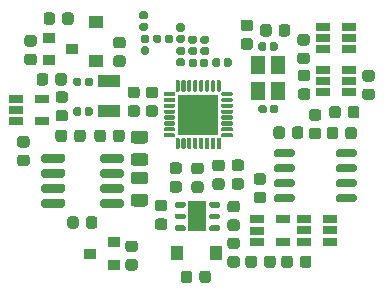
<source format=gbr>
%TF.GenerationSoftware,KiCad,Pcbnew,(5.1.6)-1*%
%TF.CreationDate,2020-10-15T17:09:17+03:00*%
%TF.ProjectId,PlantBuddy,506c616e-7442-4756-9464-792e6b696361,rev?*%
%TF.SameCoordinates,Original*%
%TF.FileFunction,Soldermask,Top*%
%TF.FilePolarity,Negative*%
%FSLAX46Y46*%
G04 Gerber Fmt 4.6, Leading zero omitted, Abs format (unit mm)*
G04 Created by KiCad (PCBNEW (5.1.6)-1) date 2020-10-15 17:09:17*
%MOMM*%
%LPD*%
G01*
G04 APERTURE LIST*
%ADD10R,3.400000X3.400000*%
%ADD11R,1.160000X0.750000*%
%ADD12R,1.900000X1.100000*%
%ADD13R,1.300000X1.500000*%
%ADD14R,1.600000X2.500000*%
%ADD15R,1.000000X0.900000*%
%ADD16R,1.000000X1.300000*%
%ADD17R,1.300000X1.000000*%
G04 APERTURE END LIST*
D10*
%TO.C,U5*%
X65785000Y-64565000D03*
G36*
G01*
X63747500Y-66490000D02*
X62947500Y-66490000D01*
G75*
G02*
X62860000Y-66402500I0J87500D01*
G01*
X62860000Y-66227500D01*
G75*
G02*
X62947500Y-66140000I87500J0D01*
G01*
X63747500Y-66140000D01*
G75*
G02*
X63835000Y-66227500I0J-87500D01*
G01*
X63835000Y-66402500D01*
G75*
G02*
X63747500Y-66490000I-87500J0D01*
G01*
G37*
G36*
G01*
X63747500Y-65990000D02*
X62947500Y-65990000D01*
G75*
G02*
X62860000Y-65902500I0J87500D01*
G01*
X62860000Y-65727500D01*
G75*
G02*
X62947500Y-65640000I87500J0D01*
G01*
X63747500Y-65640000D01*
G75*
G02*
X63835000Y-65727500I0J-87500D01*
G01*
X63835000Y-65902500D01*
G75*
G02*
X63747500Y-65990000I-87500J0D01*
G01*
G37*
G36*
G01*
X63747500Y-65490000D02*
X62947500Y-65490000D01*
G75*
G02*
X62860000Y-65402500I0J87500D01*
G01*
X62860000Y-65227500D01*
G75*
G02*
X62947500Y-65140000I87500J0D01*
G01*
X63747500Y-65140000D01*
G75*
G02*
X63835000Y-65227500I0J-87500D01*
G01*
X63835000Y-65402500D01*
G75*
G02*
X63747500Y-65490000I-87500J0D01*
G01*
G37*
G36*
G01*
X63747500Y-64990000D02*
X62947500Y-64990000D01*
G75*
G02*
X62860000Y-64902500I0J87500D01*
G01*
X62860000Y-64727500D01*
G75*
G02*
X62947500Y-64640000I87500J0D01*
G01*
X63747500Y-64640000D01*
G75*
G02*
X63835000Y-64727500I0J-87500D01*
G01*
X63835000Y-64902500D01*
G75*
G02*
X63747500Y-64990000I-87500J0D01*
G01*
G37*
G36*
G01*
X63747500Y-64490000D02*
X62947500Y-64490000D01*
G75*
G02*
X62860000Y-64402500I0J87500D01*
G01*
X62860000Y-64227500D01*
G75*
G02*
X62947500Y-64140000I87500J0D01*
G01*
X63747500Y-64140000D01*
G75*
G02*
X63835000Y-64227500I0J-87500D01*
G01*
X63835000Y-64402500D01*
G75*
G02*
X63747500Y-64490000I-87500J0D01*
G01*
G37*
G36*
G01*
X63747500Y-63990000D02*
X62947500Y-63990000D01*
G75*
G02*
X62860000Y-63902500I0J87500D01*
G01*
X62860000Y-63727500D01*
G75*
G02*
X62947500Y-63640000I87500J0D01*
G01*
X63747500Y-63640000D01*
G75*
G02*
X63835000Y-63727500I0J-87500D01*
G01*
X63835000Y-63902500D01*
G75*
G02*
X63747500Y-63990000I-87500J0D01*
G01*
G37*
G36*
G01*
X63747500Y-63490000D02*
X62947500Y-63490000D01*
G75*
G02*
X62860000Y-63402500I0J87500D01*
G01*
X62860000Y-63227500D01*
G75*
G02*
X62947500Y-63140000I87500J0D01*
G01*
X63747500Y-63140000D01*
G75*
G02*
X63835000Y-63227500I0J-87500D01*
G01*
X63835000Y-63402500D01*
G75*
G02*
X63747500Y-63490000I-87500J0D01*
G01*
G37*
G36*
G01*
X63747500Y-62990000D02*
X62947500Y-62990000D01*
G75*
G02*
X62860000Y-62902500I0J87500D01*
G01*
X62860000Y-62727500D01*
G75*
G02*
X62947500Y-62640000I87500J0D01*
G01*
X63747500Y-62640000D01*
G75*
G02*
X63835000Y-62727500I0J-87500D01*
G01*
X63835000Y-62902500D01*
G75*
G02*
X63747500Y-62990000I-87500J0D01*
G01*
G37*
G36*
G01*
X64122500Y-62615000D02*
X63947500Y-62615000D01*
G75*
G02*
X63860000Y-62527500I0J87500D01*
G01*
X63860000Y-61727500D01*
G75*
G02*
X63947500Y-61640000I87500J0D01*
G01*
X64122500Y-61640000D01*
G75*
G02*
X64210000Y-61727500I0J-87500D01*
G01*
X64210000Y-62527500D01*
G75*
G02*
X64122500Y-62615000I-87500J0D01*
G01*
G37*
G36*
G01*
X64622500Y-62615000D02*
X64447500Y-62615000D01*
G75*
G02*
X64360000Y-62527500I0J87500D01*
G01*
X64360000Y-61727500D01*
G75*
G02*
X64447500Y-61640000I87500J0D01*
G01*
X64622500Y-61640000D01*
G75*
G02*
X64710000Y-61727500I0J-87500D01*
G01*
X64710000Y-62527500D01*
G75*
G02*
X64622500Y-62615000I-87500J0D01*
G01*
G37*
G36*
G01*
X65122500Y-62615000D02*
X64947500Y-62615000D01*
G75*
G02*
X64860000Y-62527500I0J87500D01*
G01*
X64860000Y-61727500D01*
G75*
G02*
X64947500Y-61640000I87500J0D01*
G01*
X65122500Y-61640000D01*
G75*
G02*
X65210000Y-61727500I0J-87500D01*
G01*
X65210000Y-62527500D01*
G75*
G02*
X65122500Y-62615000I-87500J0D01*
G01*
G37*
G36*
G01*
X65622500Y-62615000D02*
X65447500Y-62615000D01*
G75*
G02*
X65360000Y-62527500I0J87500D01*
G01*
X65360000Y-61727500D01*
G75*
G02*
X65447500Y-61640000I87500J0D01*
G01*
X65622500Y-61640000D01*
G75*
G02*
X65710000Y-61727500I0J-87500D01*
G01*
X65710000Y-62527500D01*
G75*
G02*
X65622500Y-62615000I-87500J0D01*
G01*
G37*
G36*
G01*
X66122500Y-62615000D02*
X65947500Y-62615000D01*
G75*
G02*
X65860000Y-62527500I0J87500D01*
G01*
X65860000Y-61727500D01*
G75*
G02*
X65947500Y-61640000I87500J0D01*
G01*
X66122500Y-61640000D01*
G75*
G02*
X66210000Y-61727500I0J-87500D01*
G01*
X66210000Y-62527500D01*
G75*
G02*
X66122500Y-62615000I-87500J0D01*
G01*
G37*
G36*
G01*
X66622500Y-62615000D02*
X66447500Y-62615000D01*
G75*
G02*
X66360000Y-62527500I0J87500D01*
G01*
X66360000Y-61727500D01*
G75*
G02*
X66447500Y-61640000I87500J0D01*
G01*
X66622500Y-61640000D01*
G75*
G02*
X66710000Y-61727500I0J-87500D01*
G01*
X66710000Y-62527500D01*
G75*
G02*
X66622500Y-62615000I-87500J0D01*
G01*
G37*
G36*
G01*
X67122500Y-62615000D02*
X66947500Y-62615000D01*
G75*
G02*
X66860000Y-62527500I0J87500D01*
G01*
X66860000Y-61727500D01*
G75*
G02*
X66947500Y-61640000I87500J0D01*
G01*
X67122500Y-61640000D01*
G75*
G02*
X67210000Y-61727500I0J-87500D01*
G01*
X67210000Y-62527500D01*
G75*
G02*
X67122500Y-62615000I-87500J0D01*
G01*
G37*
G36*
G01*
X67622500Y-62615000D02*
X67447500Y-62615000D01*
G75*
G02*
X67360000Y-62527500I0J87500D01*
G01*
X67360000Y-61727500D01*
G75*
G02*
X67447500Y-61640000I87500J0D01*
G01*
X67622500Y-61640000D01*
G75*
G02*
X67710000Y-61727500I0J-87500D01*
G01*
X67710000Y-62527500D01*
G75*
G02*
X67622500Y-62615000I-87500J0D01*
G01*
G37*
G36*
G01*
X68622500Y-62990000D02*
X67822500Y-62990000D01*
G75*
G02*
X67735000Y-62902500I0J87500D01*
G01*
X67735000Y-62727500D01*
G75*
G02*
X67822500Y-62640000I87500J0D01*
G01*
X68622500Y-62640000D01*
G75*
G02*
X68710000Y-62727500I0J-87500D01*
G01*
X68710000Y-62902500D01*
G75*
G02*
X68622500Y-62990000I-87500J0D01*
G01*
G37*
G36*
G01*
X68622500Y-63490000D02*
X67822500Y-63490000D01*
G75*
G02*
X67735000Y-63402500I0J87500D01*
G01*
X67735000Y-63227500D01*
G75*
G02*
X67822500Y-63140000I87500J0D01*
G01*
X68622500Y-63140000D01*
G75*
G02*
X68710000Y-63227500I0J-87500D01*
G01*
X68710000Y-63402500D01*
G75*
G02*
X68622500Y-63490000I-87500J0D01*
G01*
G37*
G36*
G01*
X68622500Y-63990000D02*
X67822500Y-63990000D01*
G75*
G02*
X67735000Y-63902500I0J87500D01*
G01*
X67735000Y-63727500D01*
G75*
G02*
X67822500Y-63640000I87500J0D01*
G01*
X68622500Y-63640000D01*
G75*
G02*
X68710000Y-63727500I0J-87500D01*
G01*
X68710000Y-63902500D01*
G75*
G02*
X68622500Y-63990000I-87500J0D01*
G01*
G37*
G36*
G01*
X68622500Y-64490000D02*
X67822500Y-64490000D01*
G75*
G02*
X67735000Y-64402500I0J87500D01*
G01*
X67735000Y-64227500D01*
G75*
G02*
X67822500Y-64140000I87500J0D01*
G01*
X68622500Y-64140000D01*
G75*
G02*
X68710000Y-64227500I0J-87500D01*
G01*
X68710000Y-64402500D01*
G75*
G02*
X68622500Y-64490000I-87500J0D01*
G01*
G37*
G36*
G01*
X68622500Y-64990000D02*
X67822500Y-64990000D01*
G75*
G02*
X67735000Y-64902500I0J87500D01*
G01*
X67735000Y-64727500D01*
G75*
G02*
X67822500Y-64640000I87500J0D01*
G01*
X68622500Y-64640000D01*
G75*
G02*
X68710000Y-64727500I0J-87500D01*
G01*
X68710000Y-64902500D01*
G75*
G02*
X68622500Y-64990000I-87500J0D01*
G01*
G37*
G36*
G01*
X68622500Y-65490000D02*
X67822500Y-65490000D01*
G75*
G02*
X67735000Y-65402500I0J87500D01*
G01*
X67735000Y-65227500D01*
G75*
G02*
X67822500Y-65140000I87500J0D01*
G01*
X68622500Y-65140000D01*
G75*
G02*
X68710000Y-65227500I0J-87500D01*
G01*
X68710000Y-65402500D01*
G75*
G02*
X68622500Y-65490000I-87500J0D01*
G01*
G37*
G36*
G01*
X68622500Y-65990000D02*
X67822500Y-65990000D01*
G75*
G02*
X67735000Y-65902500I0J87500D01*
G01*
X67735000Y-65727500D01*
G75*
G02*
X67822500Y-65640000I87500J0D01*
G01*
X68622500Y-65640000D01*
G75*
G02*
X68710000Y-65727500I0J-87500D01*
G01*
X68710000Y-65902500D01*
G75*
G02*
X68622500Y-65990000I-87500J0D01*
G01*
G37*
G36*
G01*
X68622500Y-66490000D02*
X67822500Y-66490000D01*
G75*
G02*
X67735000Y-66402500I0J87500D01*
G01*
X67735000Y-66227500D01*
G75*
G02*
X67822500Y-66140000I87500J0D01*
G01*
X68622500Y-66140000D01*
G75*
G02*
X68710000Y-66227500I0J-87500D01*
G01*
X68710000Y-66402500D01*
G75*
G02*
X68622500Y-66490000I-87500J0D01*
G01*
G37*
G36*
G01*
X67622500Y-67490000D02*
X67447500Y-67490000D01*
G75*
G02*
X67360000Y-67402500I0J87500D01*
G01*
X67360000Y-66602500D01*
G75*
G02*
X67447500Y-66515000I87500J0D01*
G01*
X67622500Y-66515000D01*
G75*
G02*
X67710000Y-66602500I0J-87500D01*
G01*
X67710000Y-67402500D01*
G75*
G02*
X67622500Y-67490000I-87500J0D01*
G01*
G37*
G36*
G01*
X67122500Y-67490000D02*
X66947500Y-67490000D01*
G75*
G02*
X66860000Y-67402500I0J87500D01*
G01*
X66860000Y-66602500D01*
G75*
G02*
X66947500Y-66515000I87500J0D01*
G01*
X67122500Y-66515000D01*
G75*
G02*
X67210000Y-66602500I0J-87500D01*
G01*
X67210000Y-67402500D01*
G75*
G02*
X67122500Y-67490000I-87500J0D01*
G01*
G37*
G36*
G01*
X66622500Y-67490000D02*
X66447500Y-67490000D01*
G75*
G02*
X66360000Y-67402500I0J87500D01*
G01*
X66360000Y-66602500D01*
G75*
G02*
X66447500Y-66515000I87500J0D01*
G01*
X66622500Y-66515000D01*
G75*
G02*
X66710000Y-66602500I0J-87500D01*
G01*
X66710000Y-67402500D01*
G75*
G02*
X66622500Y-67490000I-87500J0D01*
G01*
G37*
G36*
G01*
X66122500Y-67490000D02*
X65947500Y-67490000D01*
G75*
G02*
X65860000Y-67402500I0J87500D01*
G01*
X65860000Y-66602500D01*
G75*
G02*
X65947500Y-66515000I87500J0D01*
G01*
X66122500Y-66515000D01*
G75*
G02*
X66210000Y-66602500I0J-87500D01*
G01*
X66210000Y-67402500D01*
G75*
G02*
X66122500Y-67490000I-87500J0D01*
G01*
G37*
G36*
G01*
X65622500Y-67490000D02*
X65447500Y-67490000D01*
G75*
G02*
X65360000Y-67402500I0J87500D01*
G01*
X65360000Y-66602500D01*
G75*
G02*
X65447500Y-66515000I87500J0D01*
G01*
X65622500Y-66515000D01*
G75*
G02*
X65710000Y-66602500I0J-87500D01*
G01*
X65710000Y-67402500D01*
G75*
G02*
X65622500Y-67490000I-87500J0D01*
G01*
G37*
G36*
G01*
X65122500Y-67490000D02*
X64947500Y-67490000D01*
G75*
G02*
X64860000Y-67402500I0J87500D01*
G01*
X64860000Y-66602500D01*
G75*
G02*
X64947500Y-66515000I87500J0D01*
G01*
X65122500Y-66515000D01*
G75*
G02*
X65210000Y-66602500I0J-87500D01*
G01*
X65210000Y-67402500D01*
G75*
G02*
X65122500Y-67490000I-87500J0D01*
G01*
G37*
G36*
G01*
X64622500Y-67490000D02*
X64447500Y-67490000D01*
G75*
G02*
X64360000Y-67402500I0J87500D01*
G01*
X64360000Y-66602500D01*
G75*
G02*
X64447500Y-66515000I87500J0D01*
G01*
X64622500Y-66515000D01*
G75*
G02*
X64710000Y-66602500I0J-87500D01*
G01*
X64710000Y-67402500D01*
G75*
G02*
X64622500Y-67490000I-87500J0D01*
G01*
G37*
G36*
G01*
X64122500Y-67490000D02*
X63947500Y-67490000D01*
G75*
G02*
X63860000Y-67402500I0J87500D01*
G01*
X63860000Y-66602500D01*
G75*
G02*
X63947500Y-66515000I87500J0D01*
G01*
X64122500Y-66515000D01*
G75*
G02*
X64210000Y-66602500I0J-87500D01*
G01*
X64210000Y-67402500D01*
G75*
G02*
X64122500Y-67490000I-87500J0D01*
G01*
G37*
%TD*%
D11*
%TO.C,Q2*%
X76970000Y-74370000D03*
X76970000Y-73420000D03*
X76970000Y-75320000D03*
X74770000Y-75320000D03*
X74770000Y-74370000D03*
X74770000Y-73420000D03*
%TD*%
%TO.C,C18*%
G36*
G01*
X65660000Y-60002500D02*
X65660000Y-60397500D01*
G75*
G02*
X65487500Y-60570000I-172500J0D01*
G01*
X65142500Y-60570000D01*
G75*
G02*
X64970000Y-60397500I0J172500D01*
G01*
X64970000Y-60002500D01*
G75*
G02*
X65142500Y-59830000I172500J0D01*
G01*
X65487500Y-59830000D01*
G75*
G02*
X65660000Y-60002500I0J-172500D01*
G01*
G37*
G36*
G01*
X66630000Y-60002500D02*
X66630000Y-60397500D01*
G75*
G02*
X66457500Y-60570000I-172500J0D01*
G01*
X66112500Y-60570000D01*
G75*
G02*
X65940000Y-60397500I0J172500D01*
G01*
X65940000Y-60002500D01*
G75*
G02*
X66112500Y-59830000I172500J0D01*
G01*
X66457500Y-59830000D01*
G75*
G02*
X66630000Y-60002500I0J-172500D01*
G01*
G37*
%TD*%
%TO.C,C26*%
G36*
G01*
X60962500Y-56790000D02*
X61357500Y-56790000D01*
G75*
G02*
X61530000Y-56962500I0J-172500D01*
G01*
X61530000Y-57307500D01*
G75*
G02*
X61357500Y-57480000I-172500J0D01*
G01*
X60962500Y-57480000D01*
G75*
G02*
X60790000Y-57307500I0J172500D01*
G01*
X60790000Y-56962500D01*
G75*
G02*
X60962500Y-56790000I172500J0D01*
G01*
G37*
G36*
G01*
X60962500Y-55820000D02*
X61357500Y-55820000D01*
G75*
G02*
X61530000Y-55992500I0J-172500D01*
G01*
X61530000Y-56337500D01*
G75*
G02*
X61357500Y-56510000I-172500J0D01*
G01*
X60962500Y-56510000D01*
G75*
G02*
X60790000Y-56337500I0J172500D01*
G01*
X60790000Y-55992500D01*
G75*
G02*
X60962500Y-55820000I172500J0D01*
G01*
G37*
%TD*%
D12*
%TO.C,Y2*%
X58240000Y-64250000D03*
X58240000Y-61750000D03*
%TD*%
D13*
%TO.C,Y1*%
X70850000Y-62600000D03*
X70850000Y-60400000D03*
X72550000Y-60400000D03*
X72550000Y-62600000D03*
%TD*%
D11*
%TO.C,U8*%
X78570000Y-61740000D03*
X78570000Y-60790000D03*
X78570000Y-62690000D03*
X76370000Y-62690000D03*
X76370000Y-61740000D03*
X76370000Y-60790000D03*
%TD*%
%TO.C,U7*%
G36*
G01*
X77440000Y-68010000D02*
X77440000Y-67660000D01*
G75*
G02*
X77615000Y-67485000I175000J0D01*
G01*
X79015000Y-67485000D01*
G75*
G02*
X79190000Y-67660000I0J-175000D01*
G01*
X79190000Y-68010000D01*
G75*
G02*
X79015000Y-68185000I-175000J0D01*
G01*
X77615000Y-68185000D01*
G75*
G02*
X77440000Y-68010000I0J175000D01*
G01*
G37*
G36*
G01*
X77440000Y-69280000D02*
X77440000Y-68930000D01*
G75*
G02*
X77615000Y-68755000I175000J0D01*
G01*
X79015000Y-68755000D01*
G75*
G02*
X79190000Y-68930000I0J-175000D01*
G01*
X79190000Y-69280000D01*
G75*
G02*
X79015000Y-69455000I-175000J0D01*
G01*
X77615000Y-69455000D01*
G75*
G02*
X77440000Y-69280000I0J175000D01*
G01*
G37*
G36*
G01*
X77440000Y-70550000D02*
X77440000Y-70200000D01*
G75*
G02*
X77615000Y-70025000I175000J0D01*
G01*
X79015000Y-70025000D01*
G75*
G02*
X79190000Y-70200000I0J-175000D01*
G01*
X79190000Y-70550000D01*
G75*
G02*
X79015000Y-70725000I-175000J0D01*
G01*
X77615000Y-70725000D01*
G75*
G02*
X77440000Y-70550000I0J175000D01*
G01*
G37*
G36*
G01*
X77440000Y-71820000D02*
X77440000Y-71470000D01*
G75*
G02*
X77615000Y-71295000I175000J0D01*
G01*
X79015000Y-71295000D01*
G75*
G02*
X79190000Y-71470000I0J-175000D01*
G01*
X79190000Y-71820000D01*
G75*
G02*
X79015000Y-71995000I-175000J0D01*
G01*
X77615000Y-71995000D01*
G75*
G02*
X77440000Y-71820000I0J175000D01*
G01*
G37*
G36*
G01*
X72190000Y-71820000D02*
X72190000Y-71470000D01*
G75*
G02*
X72365000Y-71295000I175000J0D01*
G01*
X73765000Y-71295000D01*
G75*
G02*
X73940000Y-71470000I0J-175000D01*
G01*
X73940000Y-71820000D01*
G75*
G02*
X73765000Y-71995000I-175000J0D01*
G01*
X72365000Y-71995000D01*
G75*
G02*
X72190000Y-71820000I0J175000D01*
G01*
G37*
G36*
G01*
X72190000Y-70550000D02*
X72190000Y-70200000D01*
G75*
G02*
X72365000Y-70025000I175000J0D01*
G01*
X73765000Y-70025000D01*
G75*
G02*
X73940000Y-70200000I0J-175000D01*
G01*
X73940000Y-70550000D01*
G75*
G02*
X73765000Y-70725000I-175000J0D01*
G01*
X72365000Y-70725000D01*
G75*
G02*
X72190000Y-70550000I0J175000D01*
G01*
G37*
G36*
G01*
X72190000Y-69280000D02*
X72190000Y-68930000D01*
G75*
G02*
X72365000Y-68755000I175000J0D01*
G01*
X73765000Y-68755000D01*
G75*
G02*
X73940000Y-68930000I0J-175000D01*
G01*
X73940000Y-69280000D01*
G75*
G02*
X73765000Y-69455000I-175000J0D01*
G01*
X72365000Y-69455000D01*
G75*
G02*
X72190000Y-69280000I0J175000D01*
G01*
G37*
G36*
G01*
X72190000Y-68010000D02*
X72190000Y-67660000D01*
G75*
G02*
X72365000Y-67485000I175000J0D01*
G01*
X73765000Y-67485000D01*
G75*
G02*
X73940000Y-67660000I0J-175000D01*
G01*
X73940000Y-68010000D01*
G75*
G02*
X73765000Y-68185000I-175000J0D01*
G01*
X72365000Y-68185000D01*
G75*
G02*
X72190000Y-68010000I0J175000D01*
G01*
G37*
%TD*%
D14*
%TO.C,U6*%
X65715000Y-73190000D03*
G36*
G01*
X66715000Y-72315000D02*
X66715000Y-72065000D01*
G75*
G02*
X66840000Y-71940000I125000J0D01*
G01*
X67490000Y-71940000D01*
G75*
G02*
X67615000Y-72065000I0J-125000D01*
G01*
X67615000Y-72315000D01*
G75*
G02*
X67490000Y-72440000I-125000J0D01*
G01*
X66840000Y-72440000D01*
G75*
G02*
X66715000Y-72315000I0J125000D01*
G01*
G37*
G36*
G01*
X66715000Y-73315000D02*
X66715000Y-73065000D01*
G75*
G02*
X66840000Y-72940000I125000J0D01*
G01*
X67490000Y-72940000D01*
G75*
G02*
X67615000Y-73065000I0J-125000D01*
G01*
X67615000Y-73315000D01*
G75*
G02*
X67490000Y-73440000I-125000J0D01*
G01*
X66840000Y-73440000D01*
G75*
G02*
X66715000Y-73315000I0J125000D01*
G01*
G37*
G36*
G01*
X66715000Y-74315000D02*
X66715000Y-74065000D01*
G75*
G02*
X66840000Y-73940000I125000J0D01*
G01*
X67490000Y-73940000D01*
G75*
G02*
X67615000Y-74065000I0J-125000D01*
G01*
X67615000Y-74315000D01*
G75*
G02*
X67490000Y-74440000I-125000J0D01*
G01*
X66840000Y-74440000D01*
G75*
G02*
X66715000Y-74315000I0J125000D01*
G01*
G37*
G36*
G01*
X63815000Y-74315000D02*
X63815000Y-74065000D01*
G75*
G02*
X63940000Y-73940000I125000J0D01*
G01*
X64590000Y-73940000D01*
G75*
G02*
X64715000Y-74065000I0J-125000D01*
G01*
X64715000Y-74315000D01*
G75*
G02*
X64590000Y-74440000I-125000J0D01*
G01*
X63940000Y-74440000D01*
G75*
G02*
X63815000Y-74315000I0J125000D01*
G01*
G37*
G36*
G01*
X63815000Y-73315000D02*
X63815000Y-73065000D01*
G75*
G02*
X63940000Y-72940000I125000J0D01*
G01*
X64590000Y-72940000D01*
G75*
G02*
X64715000Y-73065000I0J-125000D01*
G01*
X64715000Y-73315000D01*
G75*
G02*
X64590000Y-73440000I-125000J0D01*
G01*
X63940000Y-73440000D01*
G75*
G02*
X63815000Y-73315000I0J125000D01*
G01*
G37*
G36*
G01*
X63815000Y-72315000D02*
X63815000Y-72065000D01*
G75*
G02*
X63940000Y-71940000I125000J0D01*
G01*
X64590000Y-71940000D01*
G75*
G02*
X64715000Y-72065000I0J-125000D01*
G01*
X64715000Y-72315000D01*
G75*
G02*
X64590000Y-72440000I-125000J0D01*
G01*
X63940000Y-72440000D01*
G75*
G02*
X63815000Y-72315000I0J125000D01*
G01*
G37*
%TD*%
D15*
%TO.C,U4*%
X55130000Y-59010000D03*
X53130000Y-59960000D03*
X53130000Y-58060000D03*
%TD*%
%TO.C,U3*%
G36*
G01*
X52490000Y-68450000D02*
X52490000Y-68100000D01*
G75*
G02*
X52665000Y-67925000I175000J0D01*
G01*
X54365000Y-67925000D01*
G75*
G02*
X54540000Y-68100000I0J-175000D01*
G01*
X54540000Y-68450000D01*
G75*
G02*
X54365000Y-68625000I-175000J0D01*
G01*
X52665000Y-68625000D01*
G75*
G02*
X52490000Y-68450000I0J175000D01*
G01*
G37*
G36*
G01*
X52490000Y-69720000D02*
X52490000Y-69370000D01*
G75*
G02*
X52665000Y-69195000I175000J0D01*
G01*
X54365000Y-69195000D01*
G75*
G02*
X54540000Y-69370000I0J-175000D01*
G01*
X54540000Y-69720000D01*
G75*
G02*
X54365000Y-69895000I-175000J0D01*
G01*
X52665000Y-69895000D01*
G75*
G02*
X52490000Y-69720000I0J175000D01*
G01*
G37*
G36*
G01*
X52490000Y-70990000D02*
X52490000Y-70640000D01*
G75*
G02*
X52665000Y-70465000I175000J0D01*
G01*
X54365000Y-70465000D01*
G75*
G02*
X54540000Y-70640000I0J-175000D01*
G01*
X54540000Y-70990000D01*
G75*
G02*
X54365000Y-71165000I-175000J0D01*
G01*
X52665000Y-71165000D01*
G75*
G02*
X52490000Y-70990000I0J175000D01*
G01*
G37*
G36*
G01*
X52490000Y-72260000D02*
X52490000Y-71910000D01*
G75*
G02*
X52665000Y-71735000I175000J0D01*
G01*
X54365000Y-71735000D01*
G75*
G02*
X54540000Y-71910000I0J-175000D01*
G01*
X54540000Y-72260000D01*
G75*
G02*
X54365000Y-72435000I-175000J0D01*
G01*
X52665000Y-72435000D01*
G75*
G02*
X52490000Y-72260000I0J175000D01*
G01*
G37*
G36*
G01*
X57440000Y-72260000D02*
X57440000Y-71910000D01*
G75*
G02*
X57615000Y-71735000I175000J0D01*
G01*
X59315000Y-71735000D01*
G75*
G02*
X59490000Y-71910000I0J-175000D01*
G01*
X59490000Y-72260000D01*
G75*
G02*
X59315000Y-72435000I-175000J0D01*
G01*
X57615000Y-72435000D01*
G75*
G02*
X57440000Y-72260000I0J175000D01*
G01*
G37*
G36*
G01*
X57440000Y-70990000D02*
X57440000Y-70640000D01*
G75*
G02*
X57615000Y-70465000I175000J0D01*
G01*
X59315000Y-70465000D01*
G75*
G02*
X59490000Y-70640000I0J-175000D01*
G01*
X59490000Y-70990000D01*
G75*
G02*
X59315000Y-71165000I-175000J0D01*
G01*
X57615000Y-71165000D01*
G75*
G02*
X57440000Y-70990000I0J175000D01*
G01*
G37*
G36*
G01*
X57440000Y-69720000D02*
X57440000Y-69370000D01*
G75*
G02*
X57615000Y-69195000I175000J0D01*
G01*
X59315000Y-69195000D01*
G75*
G02*
X59490000Y-69370000I0J-175000D01*
G01*
X59490000Y-69720000D01*
G75*
G02*
X59315000Y-69895000I-175000J0D01*
G01*
X57615000Y-69895000D01*
G75*
G02*
X57440000Y-69720000I0J175000D01*
G01*
G37*
G36*
G01*
X57440000Y-68450000D02*
X57440000Y-68100000D01*
G75*
G02*
X57615000Y-67925000I175000J0D01*
G01*
X59315000Y-67925000D01*
G75*
G02*
X59490000Y-68100000I0J-175000D01*
G01*
X59490000Y-68450000D01*
G75*
G02*
X59315000Y-68625000I-175000J0D01*
G01*
X57615000Y-68625000D01*
G75*
G02*
X57440000Y-68450000I0J175000D01*
G01*
G37*
%TD*%
D11*
%TO.C,U2*%
X72990000Y-73440000D03*
X72990000Y-75340000D03*
X70790000Y-75340000D03*
X70790000Y-74390000D03*
X70790000Y-73440000D03*
%TD*%
%TO.C,U1*%
X52570000Y-63230000D03*
X52570000Y-65130000D03*
X50370000Y-65130000D03*
X50370000Y-64180000D03*
X50370000Y-63230000D03*
%TD*%
%TO.C,R19*%
G36*
G01*
X75031250Y-61750000D02*
X74468750Y-61750000D01*
G75*
G02*
X74225000Y-61506250I0J243750D01*
G01*
X74225000Y-61018750D01*
G75*
G02*
X74468750Y-60775000I243750J0D01*
G01*
X75031250Y-60775000D01*
G75*
G02*
X75275000Y-61018750I0J-243750D01*
G01*
X75275000Y-61506250D01*
G75*
G02*
X75031250Y-61750000I-243750J0D01*
G01*
G37*
G36*
G01*
X75031250Y-63325000D02*
X74468750Y-63325000D01*
G75*
G02*
X74225000Y-63081250I0J243750D01*
G01*
X74225000Y-62593750D01*
G75*
G02*
X74468750Y-62350000I243750J0D01*
G01*
X75031250Y-62350000D01*
G75*
G02*
X75275000Y-62593750I0J-243750D01*
G01*
X75275000Y-63081250D01*
G75*
G02*
X75031250Y-63325000I-243750J0D01*
G01*
G37*
%TD*%
%TO.C,R18*%
G36*
G01*
X77850000Y-64078750D02*
X77850000Y-64641250D01*
G75*
G02*
X77606250Y-64885000I-243750J0D01*
G01*
X77118750Y-64885000D01*
G75*
G02*
X76875000Y-64641250I0J243750D01*
G01*
X76875000Y-64078750D01*
G75*
G02*
X77118750Y-63835000I243750J0D01*
G01*
X77606250Y-63835000D01*
G75*
G02*
X77850000Y-64078750I0J-243750D01*
G01*
G37*
G36*
G01*
X79425000Y-64078750D02*
X79425000Y-64641250D01*
G75*
G02*
X79181250Y-64885000I-243750J0D01*
G01*
X78693750Y-64885000D01*
G75*
G02*
X78450000Y-64641250I0J243750D01*
G01*
X78450000Y-64078750D01*
G75*
G02*
X78693750Y-63835000I243750J0D01*
G01*
X79181250Y-63835000D01*
G75*
G02*
X79425000Y-64078750I0J-243750D01*
G01*
G37*
%TD*%
%TO.C,R17*%
G36*
G01*
X73120000Y-65808750D02*
X73120000Y-66371250D01*
G75*
G02*
X72876250Y-66615000I-243750J0D01*
G01*
X72388750Y-66615000D01*
G75*
G02*
X72145000Y-66371250I0J243750D01*
G01*
X72145000Y-65808750D01*
G75*
G02*
X72388750Y-65565000I243750J0D01*
G01*
X72876250Y-65565000D01*
G75*
G02*
X73120000Y-65808750I0J-243750D01*
G01*
G37*
G36*
G01*
X74695000Y-65808750D02*
X74695000Y-66371250D01*
G75*
G02*
X74451250Y-66615000I-243750J0D01*
G01*
X73963750Y-66615000D01*
G75*
G02*
X73720000Y-66371250I0J243750D01*
G01*
X73720000Y-65808750D01*
G75*
G02*
X73963750Y-65565000I243750J0D01*
G01*
X74451250Y-65565000D01*
G75*
G02*
X74695000Y-65808750I0J-243750D01*
G01*
G37*
%TD*%
%TO.C,R16*%
G36*
G01*
X69421250Y-69340000D02*
X68858750Y-69340000D01*
G75*
G02*
X68615000Y-69096250I0J243750D01*
G01*
X68615000Y-68608750D01*
G75*
G02*
X68858750Y-68365000I243750J0D01*
G01*
X69421250Y-68365000D01*
G75*
G02*
X69665000Y-68608750I0J-243750D01*
G01*
X69665000Y-69096250D01*
G75*
G02*
X69421250Y-69340000I-243750J0D01*
G01*
G37*
G36*
G01*
X69421250Y-70915000D02*
X68858750Y-70915000D01*
G75*
G02*
X68615000Y-70671250I0J243750D01*
G01*
X68615000Y-70183750D01*
G75*
G02*
X68858750Y-69940000I243750J0D01*
G01*
X69421250Y-69940000D01*
G75*
G02*
X69665000Y-70183750I0J-243750D01*
G01*
X69665000Y-70671250D01*
G75*
G02*
X69421250Y-70915000I-243750J0D01*
G01*
G37*
%TD*%
%TO.C,R15*%
G36*
G01*
X69061250Y-72840000D02*
X68498750Y-72840000D01*
G75*
G02*
X68255000Y-72596250I0J243750D01*
G01*
X68255000Y-72108750D01*
G75*
G02*
X68498750Y-71865000I243750J0D01*
G01*
X69061250Y-71865000D01*
G75*
G02*
X69305000Y-72108750I0J-243750D01*
G01*
X69305000Y-72596250D01*
G75*
G02*
X69061250Y-72840000I-243750J0D01*
G01*
G37*
G36*
G01*
X69061250Y-74415000D02*
X68498750Y-74415000D01*
G75*
G02*
X68255000Y-74171250I0J243750D01*
G01*
X68255000Y-73683750D01*
G75*
G02*
X68498750Y-73440000I243750J0D01*
G01*
X69061250Y-73440000D01*
G75*
G02*
X69305000Y-73683750I0J-243750D01*
G01*
X69305000Y-74171250D01*
G75*
G02*
X69061250Y-74415000I-243750J0D01*
G01*
G37*
%TD*%
%TO.C,R14*%
G36*
G01*
X62921250Y-72760000D02*
X62358750Y-72760000D01*
G75*
G02*
X62115000Y-72516250I0J243750D01*
G01*
X62115000Y-72028750D01*
G75*
G02*
X62358750Y-71785000I243750J0D01*
G01*
X62921250Y-71785000D01*
G75*
G02*
X63165000Y-72028750I0J-243750D01*
G01*
X63165000Y-72516250D01*
G75*
G02*
X62921250Y-72760000I-243750J0D01*
G01*
G37*
G36*
G01*
X62921250Y-74335000D02*
X62358750Y-74335000D01*
G75*
G02*
X62115000Y-74091250I0J243750D01*
G01*
X62115000Y-73603750D01*
G75*
G02*
X62358750Y-73360000I243750J0D01*
G01*
X62921250Y-73360000D01*
G75*
G02*
X63165000Y-73603750I0J-243750D01*
G01*
X63165000Y-74091250D01*
G75*
G02*
X62921250Y-74335000I-243750J0D01*
G01*
G37*
%TD*%
%TO.C,R13*%
G36*
G01*
X63608750Y-70190000D02*
X64171250Y-70190000D01*
G75*
G02*
X64415000Y-70433750I0J-243750D01*
G01*
X64415000Y-70921250D01*
G75*
G02*
X64171250Y-71165000I-243750J0D01*
G01*
X63608750Y-71165000D01*
G75*
G02*
X63365000Y-70921250I0J243750D01*
G01*
X63365000Y-70433750D01*
G75*
G02*
X63608750Y-70190000I243750J0D01*
G01*
G37*
G36*
G01*
X63608750Y-68615000D02*
X64171250Y-68615000D01*
G75*
G02*
X64415000Y-68858750I0J-243750D01*
G01*
X64415000Y-69346250D01*
G75*
G02*
X64171250Y-69590000I-243750J0D01*
G01*
X63608750Y-69590000D01*
G75*
G02*
X63365000Y-69346250I0J243750D01*
G01*
X63365000Y-68858750D01*
G75*
G02*
X63608750Y-68615000I243750J0D01*
G01*
G37*
%TD*%
%TO.C,R12*%
G36*
G01*
X62141250Y-63180000D02*
X61578750Y-63180000D01*
G75*
G02*
X61335000Y-62936250I0J243750D01*
G01*
X61335000Y-62448750D01*
G75*
G02*
X61578750Y-62205000I243750J0D01*
G01*
X62141250Y-62205000D01*
G75*
G02*
X62385000Y-62448750I0J-243750D01*
G01*
X62385000Y-62936250D01*
G75*
G02*
X62141250Y-63180000I-243750J0D01*
G01*
G37*
G36*
G01*
X62141250Y-64755000D02*
X61578750Y-64755000D01*
G75*
G02*
X61335000Y-64511250I0J243750D01*
G01*
X61335000Y-64023750D01*
G75*
G02*
X61578750Y-63780000I243750J0D01*
G01*
X62141250Y-63780000D01*
G75*
G02*
X62385000Y-64023750I0J-243750D01*
G01*
X62385000Y-64511250D01*
G75*
G02*
X62141250Y-64755000I-243750J0D01*
G01*
G37*
%TD*%
%TO.C,R11*%
G36*
G01*
X74418750Y-59320000D02*
X74981250Y-59320000D01*
G75*
G02*
X75225000Y-59563750I0J-243750D01*
G01*
X75225000Y-60051250D01*
G75*
G02*
X74981250Y-60295000I-243750J0D01*
G01*
X74418750Y-60295000D01*
G75*
G02*
X74175000Y-60051250I0J243750D01*
G01*
X74175000Y-59563750D01*
G75*
G02*
X74418750Y-59320000I243750J0D01*
G01*
G37*
G36*
G01*
X74418750Y-57745000D02*
X74981250Y-57745000D01*
G75*
G02*
X75225000Y-57988750I0J-243750D01*
G01*
X75225000Y-58476250D01*
G75*
G02*
X74981250Y-58720000I-243750J0D01*
G01*
X74418750Y-58720000D01*
G75*
G02*
X74175000Y-58476250I0J243750D01*
G01*
X74175000Y-57988750D01*
G75*
G02*
X74418750Y-57745000I243750J0D01*
G01*
G37*
%TD*%
%TO.C,R10*%
G36*
G01*
X72590000Y-57711250D02*
X72590000Y-57148750D01*
G75*
G02*
X72833750Y-56905000I243750J0D01*
G01*
X73321250Y-56905000D01*
G75*
G02*
X73565000Y-57148750I0J-243750D01*
G01*
X73565000Y-57711250D01*
G75*
G02*
X73321250Y-57955000I-243750J0D01*
G01*
X72833750Y-57955000D01*
G75*
G02*
X72590000Y-57711250I0J243750D01*
G01*
G37*
G36*
G01*
X71015000Y-57711250D02*
X71015000Y-57148750D01*
G75*
G02*
X71258750Y-56905000I243750J0D01*
G01*
X71746250Y-56905000D01*
G75*
G02*
X71990000Y-57148750I0J-243750D01*
G01*
X71990000Y-57711250D01*
G75*
G02*
X71746250Y-57955000I-243750J0D01*
G01*
X71258750Y-57955000D01*
G75*
G02*
X71015000Y-57711250I0J243750D01*
G01*
G37*
%TD*%
%TO.C,R9*%
G36*
G01*
X60328750Y-69405000D02*
X61291250Y-69405000D01*
G75*
G02*
X61560000Y-69673750I0J-268750D01*
G01*
X61560000Y-70211250D01*
G75*
G02*
X61291250Y-70480000I-268750J0D01*
G01*
X60328750Y-70480000D01*
G75*
G02*
X60060000Y-70211250I0J268750D01*
G01*
X60060000Y-69673750D01*
G75*
G02*
X60328750Y-69405000I268750J0D01*
G01*
G37*
G36*
G01*
X60328750Y-71280000D02*
X61291250Y-71280000D01*
G75*
G02*
X61560000Y-71548750I0J-268750D01*
G01*
X61560000Y-72086250D01*
G75*
G02*
X61291250Y-72355000I-268750J0D01*
G01*
X60328750Y-72355000D01*
G75*
G02*
X60060000Y-72086250I0J268750D01*
G01*
X60060000Y-71548750D01*
G75*
G02*
X60328750Y-71280000I268750J0D01*
G01*
G37*
%TD*%
%TO.C,R8*%
G36*
G01*
X60328750Y-65945000D02*
X61291250Y-65945000D01*
G75*
G02*
X61560000Y-66213750I0J-268750D01*
G01*
X61560000Y-66751250D01*
G75*
G02*
X61291250Y-67020000I-268750J0D01*
G01*
X60328750Y-67020000D01*
G75*
G02*
X60060000Y-66751250I0J268750D01*
G01*
X60060000Y-66213750D01*
G75*
G02*
X60328750Y-65945000I268750J0D01*
G01*
G37*
G36*
G01*
X60328750Y-67820000D02*
X61291250Y-67820000D01*
G75*
G02*
X61560000Y-68088750I0J-268750D01*
G01*
X61560000Y-68626250D01*
G75*
G02*
X61291250Y-68895000I-268750J0D01*
G01*
X60328750Y-68895000D01*
G75*
G02*
X60060000Y-68626250I0J268750D01*
G01*
X60060000Y-68088750D01*
G75*
G02*
X60328750Y-67820000I268750J0D01*
G01*
G37*
%TD*%
%TO.C,R7*%
G36*
G01*
X73790000Y-76738750D02*
X73790000Y-77301250D01*
G75*
G02*
X73546250Y-77545000I-243750J0D01*
G01*
X73058750Y-77545000D01*
G75*
G02*
X72815000Y-77301250I0J243750D01*
G01*
X72815000Y-76738750D01*
G75*
G02*
X73058750Y-76495000I243750J0D01*
G01*
X73546250Y-76495000D01*
G75*
G02*
X73790000Y-76738750I0J-243750D01*
G01*
G37*
G36*
G01*
X75365000Y-76738750D02*
X75365000Y-77301250D01*
G75*
G02*
X75121250Y-77545000I-243750J0D01*
G01*
X74633750Y-77545000D01*
G75*
G02*
X74390000Y-77301250I0J243750D01*
G01*
X74390000Y-76738750D01*
G75*
G02*
X74633750Y-76495000I243750J0D01*
G01*
X75121250Y-76495000D01*
G75*
G02*
X75365000Y-76738750I0J-243750D01*
G01*
G37*
%TD*%
%TO.C,R6*%
G36*
G01*
X71281250Y-70500000D02*
X70718750Y-70500000D01*
G75*
G02*
X70475000Y-70256250I0J243750D01*
G01*
X70475000Y-69768750D01*
G75*
G02*
X70718750Y-69525000I243750J0D01*
G01*
X71281250Y-69525000D01*
G75*
G02*
X71525000Y-69768750I0J-243750D01*
G01*
X71525000Y-70256250D01*
G75*
G02*
X71281250Y-70500000I-243750J0D01*
G01*
G37*
G36*
G01*
X71281250Y-72075000D02*
X70718750Y-72075000D01*
G75*
G02*
X70475000Y-71831250I0J243750D01*
G01*
X70475000Y-71343750D01*
G75*
G02*
X70718750Y-71100000I243750J0D01*
G01*
X71281250Y-71100000D01*
G75*
G02*
X71525000Y-71343750I0J-243750D01*
G01*
X71525000Y-71831250D01*
G75*
G02*
X71281250Y-72075000I-243750J0D01*
G01*
G37*
%TD*%
%TO.C,R5*%
G36*
G01*
X70760000Y-76738750D02*
X70760000Y-77301250D01*
G75*
G02*
X70516250Y-77545000I-243750J0D01*
G01*
X70028750Y-77545000D01*
G75*
G02*
X69785000Y-77301250I0J243750D01*
G01*
X69785000Y-76738750D01*
G75*
G02*
X70028750Y-76495000I243750J0D01*
G01*
X70516250Y-76495000D01*
G75*
G02*
X70760000Y-76738750I0J-243750D01*
G01*
G37*
G36*
G01*
X72335000Y-76738750D02*
X72335000Y-77301250D01*
G75*
G02*
X72091250Y-77545000I-243750J0D01*
G01*
X71603750Y-77545000D01*
G75*
G02*
X71360000Y-77301250I0J243750D01*
G01*
X71360000Y-76738750D01*
G75*
G02*
X71603750Y-76495000I243750J0D01*
G01*
X72091250Y-76495000D01*
G75*
G02*
X72335000Y-76738750I0J-243750D01*
G01*
G37*
%TD*%
%TO.C,R4*%
G36*
G01*
X53948750Y-64170000D02*
X54511250Y-64170000D01*
G75*
G02*
X54755000Y-64413750I0J-243750D01*
G01*
X54755000Y-64901250D01*
G75*
G02*
X54511250Y-65145000I-243750J0D01*
G01*
X53948750Y-65145000D01*
G75*
G02*
X53705000Y-64901250I0J243750D01*
G01*
X53705000Y-64413750D01*
G75*
G02*
X53948750Y-64170000I243750J0D01*
G01*
G37*
G36*
G01*
X53948750Y-62595000D02*
X54511250Y-62595000D01*
G75*
G02*
X54755000Y-62838750I0J-243750D01*
G01*
X54755000Y-63326250D01*
G75*
G02*
X54511250Y-63570000I-243750J0D01*
G01*
X53948750Y-63570000D01*
G75*
G02*
X53705000Y-63326250I0J243750D01*
G01*
X53705000Y-62838750D01*
G75*
G02*
X53948750Y-62595000I243750J0D01*
G01*
G37*
%TD*%
%TO.C,R3*%
G36*
G01*
X50698750Y-67960000D02*
X51261250Y-67960000D01*
G75*
G02*
X51505000Y-68203750I0J-243750D01*
G01*
X51505000Y-68691250D01*
G75*
G02*
X51261250Y-68935000I-243750J0D01*
G01*
X50698750Y-68935000D01*
G75*
G02*
X50455000Y-68691250I0J243750D01*
G01*
X50455000Y-68203750D01*
G75*
G02*
X50698750Y-67960000I243750J0D01*
G01*
G37*
G36*
G01*
X50698750Y-66385000D02*
X51261250Y-66385000D01*
G75*
G02*
X51505000Y-66628750I0J-243750D01*
G01*
X51505000Y-67116250D01*
G75*
G02*
X51261250Y-67360000I-243750J0D01*
G01*
X50698750Y-67360000D01*
G75*
G02*
X50455000Y-67116250I0J243750D01*
G01*
X50455000Y-66628750D01*
G75*
G02*
X50698750Y-66385000I243750J0D01*
G01*
G37*
%TD*%
%TO.C,R2*%
G36*
G01*
X59858750Y-76800000D02*
X60421250Y-76800000D01*
G75*
G02*
X60665000Y-77043750I0J-243750D01*
G01*
X60665000Y-77531250D01*
G75*
G02*
X60421250Y-77775000I-243750J0D01*
G01*
X59858750Y-77775000D01*
G75*
G02*
X59615000Y-77531250I0J243750D01*
G01*
X59615000Y-77043750D01*
G75*
G02*
X59858750Y-76800000I243750J0D01*
G01*
G37*
G36*
G01*
X59858750Y-75225000D02*
X60421250Y-75225000D01*
G75*
G02*
X60665000Y-75468750I0J-243750D01*
G01*
X60665000Y-75956250D01*
G75*
G02*
X60421250Y-76200000I-243750J0D01*
G01*
X59858750Y-76200000D01*
G75*
G02*
X59615000Y-75956250I0J243750D01*
G01*
X59615000Y-75468750D01*
G75*
G02*
X59858750Y-75225000I243750J0D01*
G01*
G37*
%TD*%
%TO.C,R1*%
G36*
G01*
X53080000Y-61298750D02*
X53080000Y-61861250D01*
G75*
G02*
X52836250Y-62105000I-243750J0D01*
G01*
X52348750Y-62105000D01*
G75*
G02*
X52105000Y-61861250I0J243750D01*
G01*
X52105000Y-61298750D01*
G75*
G02*
X52348750Y-61055000I243750J0D01*
G01*
X52836250Y-61055000D01*
G75*
G02*
X53080000Y-61298750I0J-243750D01*
G01*
G37*
G36*
G01*
X54655000Y-61298750D02*
X54655000Y-61861250D01*
G75*
G02*
X54411250Y-62105000I-243750J0D01*
G01*
X53923750Y-62105000D01*
G75*
G02*
X53680000Y-61861250I0J243750D01*
G01*
X53680000Y-61298750D01*
G75*
G02*
X53923750Y-61055000I243750J0D01*
G01*
X54411250Y-61055000D01*
G75*
G02*
X54655000Y-61298750I0J-243750D01*
G01*
G37*
%TD*%
%TO.C,Q3*%
X76370000Y-58070000D03*
X76370000Y-59020000D03*
X76370000Y-57120000D03*
X78570000Y-57120000D03*
X78570000Y-58070000D03*
X78570000Y-59020000D03*
%TD*%
D15*
%TO.C,Q1*%
X56640000Y-76340000D03*
X58640000Y-75390000D03*
X58640000Y-77290000D03*
%TD*%
%TO.C,L3*%
G36*
G01*
X62670000Y-57962500D02*
X62670000Y-58357500D01*
G75*
G02*
X62497500Y-58530000I-172500J0D01*
G01*
X62152500Y-58530000D01*
G75*
G02*
X61980000Y-58357500I0J172500D01*
G01*
X61980000Y-57962500D01*
G75*
G02*
X62152500Y-57790000I172500J0D01*
G01*
X62497500Y-57790000D01*
G75*
G02*
X62670000Y-57962500I0J-172500D01*
G01*
G37*
G36*
G01*
X63640000Y-57962500D02*
X63640000Y-58357500D01*
G75*
G02*
X63467500Y-58530000I-172500J0D01*
G01*
X63122500Y-58530000D01*
G75*
G02*
X62950000Y-58357500I0J172500D01*
G01*
X62950000Y-57962500D01*
G75*
G02*
X63122500Y-57790000I172500J0D01*
G01*
X63467500Y-57790000D01*
G75*
G02*
X63640000Y-57962500I0J-172500D01*
G01*
G37*
%TD*%
%TO.C,L2*%
G36*
G01*
X65517500Y-58560000D02*
X65122500Y-58560000D01*
G75*
G02*
X64950000Y-58387500I0J172500D01*
G01*
X64950000Y-58042500D01*
G75*
G02*
X65122500Y-57870000I172500J0D01*
G01*
X65517500Y-57870000D01*
G75*
G02*
X65690000Y-58042500I0J-172500D01*
G01*
X65690000Y-58387500D01*
G75*
G02*
X65517500Y-58560000I-172500J0D01*
G01*
G37*
G36*
G01*
X65517500Y-59530000D02*
X65122500Y-59530000D01*
G75*
G02*
X64950000Y-59357500I0J172500D01*
G01*
X64950000Y-59012500D01*
G75*
G02*
X65122500Y-58840000I172500J0D01*
G01*
X65517500Y-58840000D01*
G75*
G02*
X65690000Y-59012500I0J-172500D01*
G01*
X65690000Y-59357500D01*
G75*
G02*
X65517500Y-59530000I-172500J0D01*
G01*
G37*
%TD*%
%TO.C,L1*%
G36*
G01*
X67930000Y-60357500D02*
X67930000Y-59962500D01*
G75*
G02*
X68102500Y-59790000I172500J0D01*
G01*
X68447500Y-59790000D01*
G75*
G02*
X68620000Y-59962500I0J-172500D01*
G01*
X68620000Y-60357500D01*
G75*
G02*
X68447500Y-60530000I-172500J0D01*
G01*
X68102500Y-60530000D01*
G75*
G02*
X67930000Y-60357500I0J172500D01*
G01*
G37*
G36*
G01*
X66960000Y-60357500D02*
X66960000Y-59962500D01*
G75*
G02*
X67132500Y-59790000I172500J0D01*
G01*
X67477500Y-59790000D01*
G75*
G02*
X67650000Y-59962500I0J-172500D01*
G01*
X67650000Y-60357500D01*
G75*
G02*
X67477500Y-60530000I-172500J0D01*
G01*
X67132500Y-60530000D01*
G75*
G02*
X66960000Y-60357500I0J172500D01*
G01*
G37*
%TD*%
D16*
%TO.C,D3*%
X67280000Y-76270000D03*
X63980000Y-76270000D03*
%TD*%
%TO.C,D2*%
G36*
G01*
X65438750Y-70210000D02*
X66001250Y-70210000D01*
G75*
G02*
X66245000Y-70453750I0J-243750D01*
G01*
X66245000Y-70941250D01*
G75*
G02*
X66001250Y-71185000I-243750J0D01*
G01*
X65438750Y-71185000D01*
G75*
G02*
X65195000Y-70941250I0J243750D01*
G01*
X65195000Y-70453750D01*
G75*
G02*
X65438750Y-70210000I243750J0D01*
G01*
G37*
G36*
G01*
X65438750Y-68635000D02*
X66001250Y-68635000D01*
G75*
G02*
X66245000Y-68878750I0J-243750D01*
G01*
X66245000Y-69366250D01*
G75*
G02*
X66001250Y-69610000I-243750J0D01*
G01*
X65438750Y-69610000D01*
G75*
G02*
X65195000Y-69366250I0J243750D01*
G01*
X65195000Y-68878750D01*
G75*
G02*
X65438750Y-68635000I243750J0D01*
G01*
G37*
%TD*%
D17*
%TO.C,D1*%
X57150000Y-60050000D03*
X57150000Y-56750000D03*
%TD*%
%TO.C,C25*%
G36*
G01*
X65280000Y-78018750D02*
X65280000Y-78581250D01*
G75*
G02*
X65036250Y-78825000I-243750J0D01*
G01*
X64548750Y-78825000D01*
G75*
G02*
X64305000Y-78581250I0J243750D01*
G01*
X64305000Y-78018750D01*
G75*
G02*
X64548750Y-77775000I243750J0D01*
G01*
X65036250Y-77775000D01*
G75*
G02*
X65280000Y-78018750I0J-243750D01*
G01*
G37*
G36*
G01*
X66855000Y-78018750D02*
X66855000Y-78581250D01*
G75*
G02*
X66611250Y-78825000I-243750J0D01*
G01*
X66123750Y-78825000D01*
G75*
G02*
X65880000Y-78581250I0J243750D01*
G01*
X65880000Y-78018750D01*
G75*
G02*
X66123750Y-77775000I243750J0D01*
G01*
X66611250Y-77775000D01*
G75*
G02*
X66855000Y-78018750I0J-243750D01*
G01*
G37*
%TD*%
%TO.C,C24*%
G36*
G01*
X80481250Y-61767500D02*
X79918750Y-61767500D01*
G75*
G02*
X79675000Y-61523750I0J243750D01*
G01*
X79675000Y-61036250D01*
G75*
G02*
X79918750Y-60792500I243750J0D01*
G01*
X80481250Y-60792500D01*
G75*
G02*
X80725000Y-61036250I0J-243750D01*
G01*
X80725000Y-61523750D01*
G75*
G02*
X80481250Y-61767500I-243750J0D01*
G01*
G37*
G36*
G01*
X80481250Y-63342500D02*
X79918750Y-63342500D01*
G75*
G02*
X79675000Y-63098750I0J243750D01*
G01*
X79675000Y-62611250D01*
G75*
G02*
X79918750Y-62367500I243750J0D01*
G01*
X80481250Y-62367500D01*
G75*
G02*
X80725000Y-62611250I0J-243750D01*
G01*
X80725000Y-63098750D01*
G75*
G02*
X80481250Y-63342500I-243750J0D01*
G01*
G37*
%TD*%
%TO.C,C23*%
G36*
G01*
X61477500Y-58510000D02*
X61082500Y-58510000D01*
G75*
G02*
X60910000Y-58337500I0J172500D01*
G01*
X60910000Y-57992500D01*
G75*
G02*
X61082500Y-57820000I172500J0D01*
G01*
X61477500Y-57820000D01*
G75*
G02*
X61650000Y-57992500I0J-172500D01*
G01*
X61650000Y-58337500D01*
G75*
G02*
X61477500Y-58510000I-172500J0D01*
G01*
G37*
G36*
G01*
X61477500Y-59480000D02*
X61082500Y-59480000D01*
G75*
G02*
X60910000Y-59307500I0J172500D01*
G01*
X60910000Y-58962500D01*
G75*
G02*
X61082500Y-58790000I172500J0D01*
G01*
X61477500Y-58790000D01*
G75*
G02*
X61650000Y-58962500I0J-172500D01*
G01*
X61650000Y-59307500D01*
G75*
G02*
X61477500Y-59480000I-172500J0D01*
G01*
G37*
%TD*%
%TO.C,C22*%
G36*
G01*
X64092500Y-57810000D02*
X64487500Y-57810000D01*
G75*
G02*
X64660000Y-57982500I0J-172500D01*
G01*
X64660000Y-58327500D01*
G75*
G02*
X64487500Y-58500000I-172500J0D01*
G01*
X64092500Y-58500000D01*
G75*
G02*
X63920000Y-58327500I0J172500D01*
G01*
X63920000Y-57982500D01*
G75*
G02*
X64092500Y-57810000I172500J0D01*
G01*
G37*
G36*
G01*
X64092500Y-56840000D02*
X64487500Y-56840000D01*
G75*
G02*
X64660000Y-57012500I0J-172500D01*
G01*
X64660000Y-57357500D01*
G75*
G02*
X64487500Y-57530000I-172500J0D01*
G01*
X64092500Y-57530000D01*
G75*
G02*
X63920000Y-57357500I0J172500D01*
G01*
X63920000Y-57012500D01*
G75*
G02*
X64092500Y-56840000I172500J0D01*
G01*
G37*
%TD*%
%TO.C,C21*%
G36*
G01*
X78240000Y-66411250D02*
X78240000Y-65848750D01*
G75*
G02*
X78483750Y-65605000I243750J0D01*
G01*
X78971250Y-65605000D01*
G75*
G02*
X79215000Y-65848750I0J-243750D01*
G01*
X79215000Y-66411250D01*
G75*
G02*
X78971250Y-66655000I-243750J0D01*
G01*
X78483750Y-66655000D01*
G75*
G02*
X78240000Y-66411250I0J243750D01*
G01*
G37*
G36*
G01*
X76665000Y-66411250D02*
X76665000Y-65848750D01*
G75*
G02*
X76908750Y-65605000I243750J0D01*
G01*
X77396250Y-65605000D01*
G75*
G02*
X77640000Y-65848750I0J-243750D01*
G01*
X77640000Y-66411250D01*
G75*
G02*
X77396250Y-66655000I-243750J0D01*
G01*
X76908750Y-66655000D01*
G75*
G02*
X76665000Y-66411250I0J243750D01*
G01*
G37*
%TD*%
%TO.C,C20*%
G36*
G01*
X64102500Y-59800000D02*
X64497500Y-59800000D01*
G75*
G02*
X64670000Y-59972500I0J-172500D01*
G01*
X64670000Y-60317500D01*
G75*
G02*
X64497500Y-60490000I-172500J0D01*
G01*
X64102500Y-60490000D01*
G75*
G02*
X63930000Y-60317500I0J172500D01*
G01*
X63930000Y-59972500D01*
G75*
G02*
X64102500Y-59800000I172500J0D01*
G01*
G37*
G36*
G01*
X64102500Y-58830000D02*
X64497500Y-58830000D01*
G75*
G02*
X64670000Y-59002500I0J-172500D01*
G01*
X64670000Y-59347500D01*
G75*
G02*
X64497500Y-59520000I-172500J0D01*
G01*
X64102500Y-59520000D01*
G75*
G02*
X63930000Y-59347500I0J172500D01*
G01*
X63930000Y-59002500D01*
G75*
G02*
X64102500Y-58830000I172500J0D01*
G01*
G37*
%TD*%
%TO.C,C19*%
G36*
G01*
X66142500Y-58840000D02*
X66537500Y-58840000D01*
G75*
G02*
X66710000Y-59012500I0J-172500D01*
G01*
X66710000Y-59357500D01*
G75*
G02*
X66537500Y-59530000I-172500J0D01*
G01*
X66142500Y-59530000D01*
G75*
G02*
X65970000Y-59357500I0J172500D01*
G01*
X65970000Y-59012500D01*
G75*
G02*
X66142500Y-58840000I172500J0D01*
G01*
G37*
G36*
G01*
X66142500Y-57870000D02*
X66537500Y-57870000D01*
G75*
G02*
X66710000Y-58042500I0J-172500D01*
G01*
X66710000Y-58387500D01*
G75*
G02*
X66537500Y-58560000I-172500J0D01*
G01*
X66142500Y-58560000D01*
G75*
G02*
X65970000Y-58387500I0J172500D01*
G01*
X65970000Y-58042500D01*
G75*
G02*
X66142500Y-57870000I172500J0D01*
G01*
G37*
%TD*%
%TO.C,C17*%
G36*
G01*
X75398750Y-65680000D02*
X75961250Y-65680000D01*
G75*
G02*
X76205000Y-65923750I0J-243750D01*
G01*
X76205000Y-66411250D01*
G75*
G02*
X75961250Y-66655000I-243750J0D01*
G01*
X75398750Y-66655000D01*
G75*
G02*
X75155000Y-66411250I0J243750D01*
G01*
X75155000Y-65923750D01*
G75*
G02*
X75398750Y-65680000I243750J0D01*
G01*
G37*
G36*
G01*
X75398750Y-64105000D02*
X75961250Y-64105000D01*
G75*
G02*
X76205000Y-64348750I0J-243750D01*
G01*
X76205000Y-64836250D01*
G75*
G02*
X75961250Y-65080000I-243750J0D01*
G01*
X75398750Y-65080000D01*
G75*
G02*
X75155000Y-64836250I0J243750D01*
G01*
X75155000Y-64348750D01*
G75*
G02*
X75398750Y-64105000I243750J0D01*
G01*
G37*
%TD*%
%TO.C,C15*%
G36*
G01*
X68498750Y-76550000D02*
X69061250Y-76550000D01*
G75*
G02*
X69305000Y-76793750I0J-243750D01*
G01*
X69305000Y-77281250D01*
G75*
G02*
X69061250Y-77525000I-243750J0D01*
G01*
X68498750Y-77525000D01*
G75*
G02*
X68255000Y-77281250I0J243750D01*
G01*
X68255000Y-76793750D01*
G75*
G02*
X68498750Y-76550000I243750J0D01*
G01*
G37*
G36*
G01*
X68498750Y-74975000D02*
X69061250Y-74975000D01*
G75*
G02*
X69305000Y-75218750I0J-243750D01*
G01*
X69305000Y-75706250D01*
G75*
G02*
X69061250Y-75950000I-243750J0D01*
G01*
X68498750Y-75950000D01*
G75*
G02*
X68255000Y-75706250I0J243750D01*
G01*
X68255000Y-75218750D01*
G75*
G02*
X68498750Y-74975000I243750J0D01*
G01*
G37*
%TD*%
%TO.C,C14*%
G36*
G01*
X56180000Y-64497500D02*
X56180000Y-64102500D01*
G75*
G02*
X56352500Y-63930000I172500J0D01*
G01*
X56697500Y-63930000D01*
G75*
G02*
X56870000Y-64102500I0J-172500D01*
G01*
X56870000Y-64497500D01*
G75*
G02*
X56697500Y-64670000I-172500J0D01*
G01*
X56352500Y-64670000D01*
G75*
G02*
X56180000Y-64497500I0J172500D01*
G01*
G37*
G36*
G01*
X55210000Y-64497500D02*
X55210000Y-64102500D01*
G75*
G02*
X55382500Y-63930000I172500J0D01*
G01*
X55727500Y-63930000D01*
G75*
G02*
X55900000Y-64102500I0J-172500D01*
G01*
X55900000Y-64497500D01*
G75*
G02*
X55727500Y-64670000I-172500J0D01*
G01*
X55382500Y-64670000D01*
G75*
G02*
X55210000Y-64497500I0J172500D01*
G01*
G37*
%TD*%
%TO.C,C13*%
G36*
G01*
X56180000Y-61997500D02*
X56180000Y-61602500D01*
G75*
G02*
X56352500Y-61430000I172500J0D01*
G01*
X56697500Y-61430000D01*
G75*
G02*
X56870000Y-61602500I0J-172500D01*
G01*
X56870000Y-61997500D01*
G75*
G02*
X56697500Y-62170000I-172500J0D01*
G01*
X56352500Y-62170000D01*
G75*
G02*
X56180000Y-61997500I0J172500D01*
G01*
G37*
G36*
G01*
X55210000Y-61997500D02*
X55210000Y-61602500D01*
G75*
G02*
X55382500Y-61430000I172500J0D01*
G01*
X55727500Y-61430000D01*
G75*
G02*
X55900000Y-61602500I0J-172500D01*
G01*
X55900000Y-61997500D01*
G75*
G02*
X55727500Y-62170000I-172500J0D01*
G01*
X55382500Y-62170000D01*
G75*
G02*
X55210000Y-61997500I0J172500D01*
G01*
G37*
%TD*%
%TO.C,C12*%
G36*
G01*
X60038750Y-63770000D02*
X60601250Y-63770000D01*
G75*
G02*
X60845000Y-64013750I0J-243750D01*
G01*
X60845000Y-64501250D01*
G75*
G02*
X60601250Y-64745000I-243750J0D01*
G01*
X60038750Y-64745000D01*
G75*
G02*
X59795000Y-64501250I0J243750D01*
G01*
X59795000Y-64013750D01*
G75*
G02*
X60038750Y-63770000I243750J0D01*
G01*
G37*
G36*
G01*
X60038750Y-62195000D02*
X60601250Y-62195000D01*
G75*
G02*
X60845000Y-62438750I0J-243750D01*
G01*
X60845000Y-62926250D01*
G75*
G02*
X60601250Y-63170000I-243750J0D01*
G01*
X60038750Y-63170000D01*
G75*
G02*
X59795000Y-62926250I0J243750D01*
G01*
X59795000Y-62438750D01*
G75*
G02*
X60038750Y-62195000I243750J0D01*
G01*
G37*
%TD*%
%TO.C,C11*%
G36*
G01*
X71560000Y-58602500D02*
X71560000Y-58997500D01*
G75*
G02*
X71387500Y-59170000I-172500J0D01*
G01*
X71042500Y-59170000D01*
G75*
G02*
X70870000Y-58997500I0J172500D01*
G01*
X70870000Y-58602500D01*
G75*
G02*
X71042500Y-58430000I172500J0D01*
G01*
X71387500Y-58430000D01*
G75*
G02*
X71560000Y-58602500I0J-172500D01*
G01*
G37*
G36*
G01*
X72530000Y-58602500D02*
X72530000Y-58997500D01*
G75*
G02*
X72357500Y-59170000I-172500J0D01*
G01*
X72012500Y-59170000D01*
G75*
G02*
X71840000Y-58997500I0J172500D01*
G01*
X71840000Y-58602500D01*
G75*
G02*
X72012500Y-58430000I172500J0D01*
G01*
X72357500Y-58430000D01*
G75*
G02*
X72530000Y-58602500I0J-172500D01*
G01*
G37*
%TD*%
%TO.C,C10*%
G36*
G01*
X70181250Y-57500000D02*
X69618750Y-57500000D01*
G75*
G02*
X69375000Y-57256250I0J243750D01*
G01*
X69375000Y-56768750D01*
G75*
G02*
X69618750Y-56525000I243750J0D01*
G01*
X70181250Y-56525000D01*
G75*
G02*
X70425000Y-56768750I0J-243750D01*
G01*
X70425000Y-57256250D01*
G75*
G02*
X70181250Y-57500000I-243750J0D01*
G01*
G37*
G36*
G01*
X70181250Y-59075000D02*
X69618750Y-59075000D01*
G75*
G02*
X69375000Y-58831250I0J243750D01*
G01*
X69375000Y-58343750D01*
G75*
G02*
X69618750Y-58100000I243750J0D01*
G01*
X70181250Y-58100000D01*
G75*
G02*
X70425000Y-58343750I0J-243750D01*
G01*
X70425000Y-58831250D01*
G75*
G02*
X70181250Y-59075000I-243750J0D01*
G01*
G37*
%TD*%
%TO.C,C9*%
G36*
G01*
X57970000Y-66088750D02*
X57970000Y-66651250D01*
G75*
G02*
X57726250Y-66895000I-243750J0D01*
G01*
X57238750Y-66895000D01*
G75*
G02*
X56995000Y-66651250I0J243750D01*
G01*
X56995000Y-66088750D01*
G75*
G02*
X57238750Y-65845000I243750J0D01*
G01*
X57726250Y-65845000D01*
G75*
G02*
X57970000Y-66088750I0J-243750D01*
G01*
G37*
G36*
G01*
X59545000Y-66088750D02*
X59545000Y-66651250D01*
G75*
G02*
X59301250Y-66895000I-243750J0D01*
G01*
X58813750Y-66895000D01*
G75*
G02*
X58570000Y-66651250I0J243750D01*
G01*
X58570000Y-66088750D01*
G75*
G02*
X58813750Y-65845000I243750J0D01*
G01*
X59301250Y-65845000D01*
G75*
G02*
X59545000Y-66088750I0J-243750D01*
G01*
G37*
%TD*%
%TO.C,C8*%
G36*
G01*
X58828750Y-59560000D02*
X59391250Y-59560000D01*
G75*
G02*
X59635000Y-59803750I0J-243750D01*
G01*
X59635000Y-60291250D01*
G75*
G02*
X59391250Y-60535000I-243750J0D01*
G01*
X58828750Y-60535000D01*
G75*
G02*
X58585000Y-60291250I0J243750D01*
G01*
X58585000Y-59803750D01*
G75*
G02*
X58828750Y-59560000I243750J0D01*
G01*
G37*
G36*
G01*
X58828750Y-57985000D02*
X59391250Y-57985000D01*
G75*
G02*
X59635000Y-58228750I0J-243750D01*
G01*
X59635000Y-58716250D01*
G75*
G02*
X59391250Y-58960000I-243750J0D01*
G01*
X58828750Y-58960000D01*
G75*
G02*
X58585000Y-58716250I0J243750D01*
G01*
X58585000Y-58228750D01*
G75*
G02*
X58828750Y-57985000I243750J0D01*
G01*
G37*
%TD*%
%TO.C,C7*%
G36*
G01*
X67218750Y-69960000D02*
X67781250Y-69960000D01*
G75*
G02*
X68025000Y-70203750I0J-243750D01*
G01*
X68025000Y-70691250D01*
G75*
G02*
X67781250Y-70935000I-243750J0D01*
G01*
X67218750Y-70935000D01*
G75*
G02*
X66975000Y-70691250I0J243750D01*
G01*
X66975000Y-70203750D01*
G75*
G02*
X67218750Y-69960000I243750J0D01*
G01*
G37*
G36*
G01*
X67218750Y-68385000D02*
X67781250Y-68385000D01*
G75*
G02*
X68025000Y-68628750I0J-243750D01*
G01*
X68025000Y-69116250D01*
G75*
G02*
X67781250Y-69360000I-243750J0D01*
G01*
X67218750Y-69360000D01*
G75*
G02*
X66975000Y-69116250I0J243750D01*
G01*
X66975000Y-68628750D01*
G75*
G02*
X67218750Y-68385000I243750J0D01*
G01*
G37*
%TD*%
%TO.C,C6*%
G36*
G01*
X71855000Y-64297500D02*
X71855000Y-63902500D01*
G75*
G02*
X72027500Y-63730000I172500J0D01*
G01*
X72372500Y-63730000D01*
G75*
G02*
X72545000Y-63902500I0J-172500D01*
G01*
X72545000Y-64297500D01*
G75*
G02*
X72372500Y-64470000I-172500J0D01*
G01*
X72027500Y-64470000D01*
G75*
G02*
X71855000Y-64297500I0J172500D01*
G01*
G37*
G36*
G01*
X70885000Y-64297500D02*
X70885000Y-63902500D01*
G75*
G02*
X71057500Y-63730000I172500J0D01*
G01*
X71402500Y-63730000D01*
G75*
G02*
X71575000Y-63902500I0J-172500D01*
G01*
X71575000Y-64297500D01*
G75*
G02*
X71402500Y-64470000I-172500J0D01*
G01*
X71057500Y-64470000D01*
G75*
G02*
X70885000Y-64297500I0J172500D01*
G01*
G37*
%TD*%
%TO.C,C5*%
G36*
G01*
X51871250Y-58810000D02*
X51308750Y-58810000D01*
G75*
G02*
X51065000Y-58566250I0J243750D01*
G01*
X51065000Y-58078750D01*
G75*
G02*
X51308750Y-57835000I243750J0D01*
G01*
X51871250Y-57835000D01*
G75*
G02*
X52115000Y-58078750I0J-243750D01*
G01*
X52115000Y-58566250D01*
G75*
G02*
X51871250Y-58810000I-243750J0D01*
G01*
G37*
G36*
G01*
X51871250Y-60385000D02*
X51308750Y-60385000D01*
G75*
G02*
X51065000Y-60141250I0J243750D01*
G01*
X51065000Y-59653750D01*
G75*
G02*
X51308750Y-59410000I243750J0D01*
G01*
X51871250Y-59410000D01*
G75*
G02*
X52115000Y-59653750I0J-243750D01*
G01*
X52115000Y-60141250D01*
G75*
G02*
X51871250Y-60385000I-243750J0D01*
G01*
G37*
%TD*%
%TO.C,C3*%
G36*
G01*
X53660000Y-56158750D02*
X53660000Y-56721250D01*
G75*
G02*
X53416250Y-56965000I-243750J0D01*
G01*
X52928750Y-56965000D01*
G75*
G02*
X52685000Y-56721250I0J243750D01*
G01*
X52685000Y-56158750D01*
G75*
G02*
X52928750Y-55915000I243750J0D01*
G01*
X53416250Y-55915000D01*
G75*
G02*
X53660000Y-56158750I0J-243750D01*
G01*
G37*
G36*
G01*
X55235000Y-56158750D02*
X55235000Y-56721250D01*
G75*
G02*
X54991250Y-56965000I-243750J0D01*
G01*
X54503750Y-56965000D01*
G75*
G02*
X54260000Y-56721250I0J243750D01*
G01*
X54260000Y-56158750D01*
G75*
G02*
X54503750Y-55915000I243750J0D01*
G01*
X54991250Y-55915000D01*
G75*
G02*
X55235000Y-56158750I0J-243750D01*
G01*
G37*
%TD*%
%TO.C,C2*%
G36*
G01*
X55670000Y-73418750D02*
X55670000Y-73981250D01*
G75*
G02*
X55426250Y-74225000I-243750J0D01*
G01*
X54938750Y-74225000D01*
G75*
G02*
X54695000Y-73981250I0J243750D01*
G01*
X54695000Y-73418750D01*
G75*
G02*
X54938750Y-73175000I243750J0D01*
G01*
X55426250Y-73175000D01*
G75*
G02*
X55670000Y-73418750I0J-243750D01*
G01*
G37*
G36*
G01*
X57245000Y-73418750D02*
X57245000Y-73981250D01*
G75*
G02*
X57001250Y-74225000I-243750J0D01*
G01*
X56513750Y-74225000D01*
G75*
G02*
X56270000Y-73981250I0J243750D01*
G01*
X56270000Y-73418750D01*
G75*
G02*
X56513750Y-73175000I243750J0D01*
G01*
X57001250Y-73175000D01*
G75*
G02*
X57245000Y-73418750I0J-243750D01*
G01*
G37*
%TD*%
%TO.C,C1*%
G36*
G01*
X56245000Y-66088750D02*
X56245000Y-66651250D01*
G75*
G02*
X56001250Y-66895000I-243750J0D01*
G01*
X55513750Y-66895000D01*
G75*
G02*
X55270000Y-66651250I0J243750D01*
G01*
X55270000Y-66088750D01*
G75*
G02*
X55513750Y-65845000I243750J0D01*
G01*
X56001250Y-65845000D01*
G75*
G02*
X56245000Y-66088750I0J-243750D01*
G01*
G37*
G36*
G01*
X54670000Y-66088750D02*
X54670000Y-66651250D01*
G75*
G02*
X54426250Y-66895000I-243750J0D01*
G01*
X53938750Y-66895000D01*
G75*
G02*
X53695000Y-66651250I0J243750D01*
G01*
X53695000Y-66088750D01*
G75*
G02*
X53938750Y-65845000I243750J0D01*
G01*
X54426250Y-65845000D01*
G75*
G02*
X54670000Y-66088750I0J-243750D01*
G01*
G37*
%TD*%
M02*

</source>
